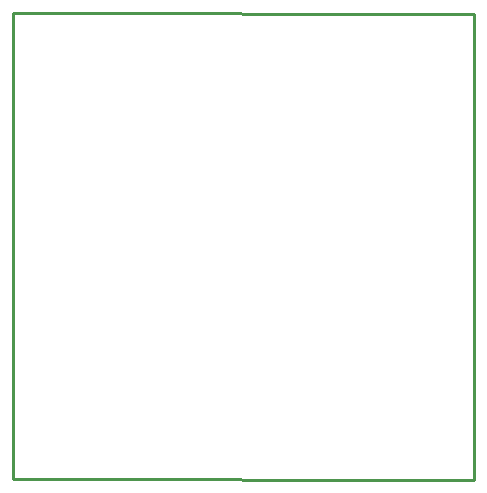
<source format=gko>
G04 Layer: BoardOutlineLayer*
G04 EasyEDA v6.5.1, 2022-03-21 16:47:25*
G04 955ef46bbe064569b540ea905b21d435,97f3a3507f384188ab3f8c3e8ba95b97,10*
G04 Gerber Generator version 0.2*
G04 Scale: 100 percent, Rotated: No, Reflected: No *
G04 Dimensions in millimeters *
G04 leading zeros omitted , absolute positions ,4 integer and 5 decimal *
%FSLAX45Y45*%
%MOMM*%

%ADD10C,0.2540*%
D10*
X3568700Y609600D02*
G01*
X3568700Y4559300D01*
X3568700Y4559300D02*
G01*
X7467600Y4546600D01*
X7467600Y4546600D02*
G01*
X7474711Y605281D01*
X3568700Y609600D01*

%LPD*%
M02*

</source>
